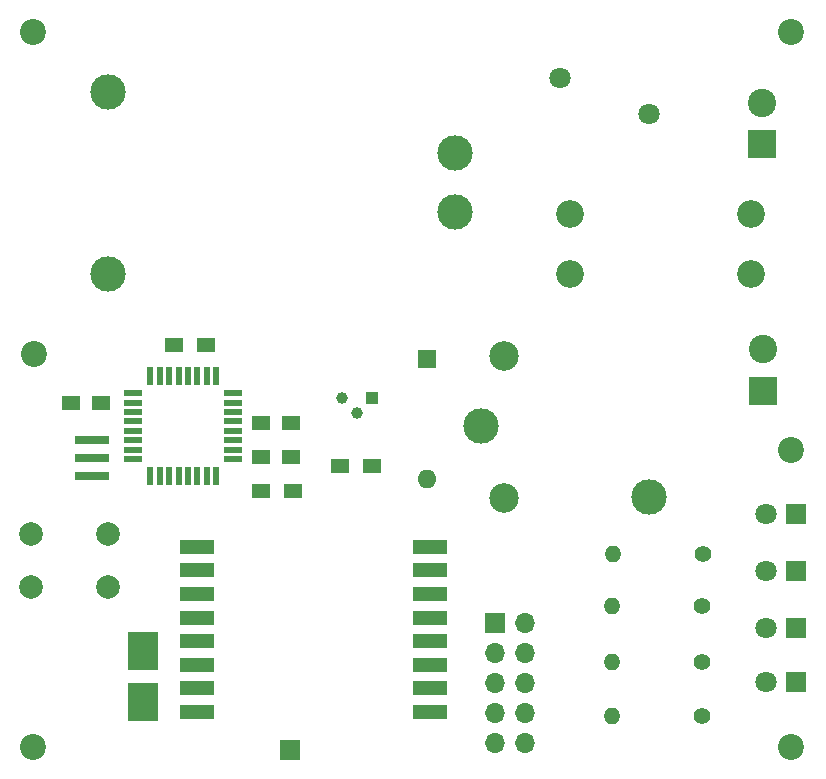
<source format=gts>
G04 #@! TF.GenerationSoftware,KiCad,Pcbnew,no-vcs-found-44b118f~58~ubuntu16.04.1*
G04 #@! TF.CreationDate,2017-06-12T15:02:01+03:00*
G04 #@! TF.ProjectId,heater_actuator_node,6865617465725F6163747561746F725F,rev?*
G04 #@! TF.FileFunction,Soldermask,Top*
G04 #@! TF.FilePolarity,Negative*
%FSLAX46Y46*%
G04 Gerber Fmt 4.6, Leading zero omitted, Abs format (unit mm)*
G04 Created by KiCad (PCBNEW no-vcs-found-44b118f~58~ubuntu16.04.1) date Mon Jun 12 15:02:01 2017*
%MOMM*%
%LPD*%
G01*
G04 APERTURE LIST*
%ADD10C,0.100000*%
%ADD11R,1.700000X1.700000*%
%ADD12C,2.200000*%
%ADD13C,1.400000*%
%ADD14O,1.400000X1.400000*%
%ADD15R,3.000000X0.800000*%
%ADD16C,2.000000*%
%ADD17R,1.500000X1.250000*%
%ADD18R,2.500000X3.200000*%
%ADD19O,1.700000X1.700000*%
%ADD20O,1.600000X1.600000*%
%ADD21R,1.600000X1.600000*%
%ADD22C,1.800000*%
%ADD23R,1.800000X1.800000*%
%ADD24C,2.349500*%
%ADD25R,0.550000X1.600000*%
%ADD26R,1.600000X0.550000*%
%ADD27R,1.000000X1.000000*%
%ADD28C,1.000000*%
%ADD29R,1.500000X1.300000*%
%ADD30C,2.500000*%
%ADD31C,3.000000*%
%ADD32R,3.000000X1.200000*%
%ADD33C,2.400000*%
%ADD34R,2.400000X2.400000*%
G04 APERTURE END LIST*
D10*
D11*
X139350000Y-120675000D03*
D12*
X117650000Y-59875000D03*
X181800000Y-59925000D03*
X181800000Y-95275000D03*
X181800000Y-120475000D03*
X117750000Y-87175000D03*
X117650000Y-120475000D03*
D13*
X174270000Y-117775000D03*
D14*
X166650000Y-117775000D03*
D13*
X174270000Y-113275000D03*
D14*
X166650000Y-113275000D03*
D13*
X174270000Y-108475000D03*
D14*
X166650000Y-108475000D03*
D13*
X174370000Y-104075000D03*
D14*
X166750000Y-104075000D03*
D15*
X122650000Y-94475000D03*
X122650000Y-95975000D03*
X122650000Y-97475000D03*
D16*
X117500000Y-106875000D03*
X117500000Y-102375000D03*
X124000000Y-106875000D03*
X124000000Y-102375000D03*
D17*
X139450000Y-95925000D03*
X136950000Y-95925000D03*
X120850000Y-91275000D03*
X123350000Y-91275000D03*
X136950000Y-92975000D03*
X139450000Y-92975000D03*
D18*
X126950000Y-112325000D03*
X126950000Y-116625000D03*
D19*
X159265000Y-120065000D03*
X156725000Y-120065000D03*
X159265000Y-117525000D03*
X156725000Y-117525000D03*
X159265000Y-114985000D03*
X156725000Y-114985000D03*
X159265000Y-112445000D03*
X156725000Y-112445000D03*
X159265000Y-109905000D03*
D11*
X156725000Y-109905000D03*
D20*
X150950000Y-97775000D03*
D21*
X150950000Y-87615000D03*
D22*
X179675000Y-110325000D03*
D23*
X182215000Y-110325000D03*
D22*
X179675000Y-105525000D03*
D23*
X182215000Y-105525000D03*
X182215000Y-100725000D03*
D22*
X179675000Y-100725000D03*
D23*
X182215000Y-114925000D03*
D22*
X179675000Y-114925000D03*
D24*
X163089360Y-80415000D03*
X163089360Y-75335000D03*
X178410640Y-80415000D03*
X178410640Y-75335000D03*
D25*
X127550000Y-89025000D03*
X128350000Y-89025000D03*
X129150000Y-89025000D03*
X129950000Y-89025000D03*
X130750000Y-89025000D03*
X131550000Y-89025000D03*
X132350000Y-89025000D03*
X133150000Y-89025000D03*
D26*
X134600000Y-90475000D03*
X134600000Y-91275000D03*
X134600000Y-92075000D03*
X134600000Y-92875000D03*
X134600000Y-93675000D03*
X134600000Y-94475000D03*
X134600000Y-95275000D03*
X134600000Y-96075000D03*
D25*
X133150000Y-97525000D03*
X132350000Y-97525000D03*
X131550000Y-97525000D03*
X130750000Y-97525000D03*
X129950000Y-97525000D03*
X129150000Y-97525000D03*
X128350000Y-97525000D03*
X127550000Y-97525000D03*
D26*
X126100000Y-96075000D03*
X126100000Y-95275000D03*
X126100000Y-94475000D03*
X126100000Y-93675000D03*
X126100000Y-92875000D03*
X126100000Y-92075000D03*
X126100000Y-91275000D03*
X126100000Y-90475000D03*
D27*
X146350000Y-90875000D03*
D28*
X143810000Y-90875000D03*
X145080000Y-92145000D03*
D29*
X146300000Y-96675000D03*
X143600000Y-96675000D03*
X129600000Y-86375000D03*
X132300000Y-86375000D03*
X136925000Y-98725000D03*
X139625000Y-98725000D03*
D30*
X157500000Y-99325000D03*
X157500000Y-87325000D03*
D31*
X155550000Y-93275000D03*
X169750000Y-99275000D03*
X153350000Y-75175000D03*
X153350000Y-70175000D03*
X123950000Y-80375000D03*
X123950000Y-64975000D03*
D32*
X151250000Y-103475000D03*
X151250000Y-105475000D03*
X151250000Y-107475000D03*
X151250000Y-109475000D03*
X151250000Y-111475000D03*
X151250000Y-113475000D03*
X151250000Y-115475000D03*
X151250000Y-117475000D03*
X131550000Y-117475000D03*
X131550000Y-115475000D03*
X131550000Y-113475000D03*
X131550000Y-111475000D03*
X131550000Y-109475000D03*
X131550000Y-107475000D03*
X131550000Y-105475000D03*
X131550000Y-103475000D03*
D22*
X162250000Y-63775000D03*
X169750000Y-66875000D03*
D33*
X179450000Y-86775000D03*
D34*
X179450000Y-90275000D03*
X179350000Y-69375000D03*
D33*
X179350000Y-65875000D03*
M02*

</source>
